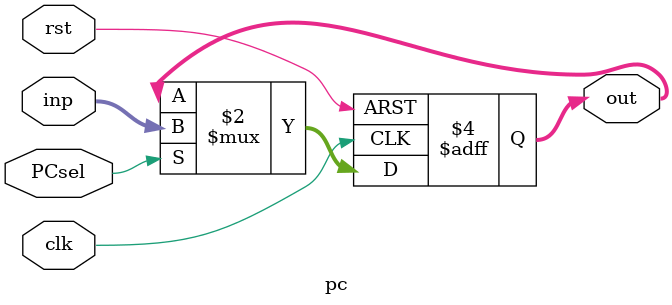
<source format=v>
module pc(inp,PCsel,clk,rst,out);
    input clk,rst,PCsel;
    input [31:0] inp;
    output reg [31:0] out;
    always@(posedge clk,posedge rst)begin
        if(rst) out <= {32'b0};
        else if(PCsel) out <= inp;
    end
endmodule
</source>
